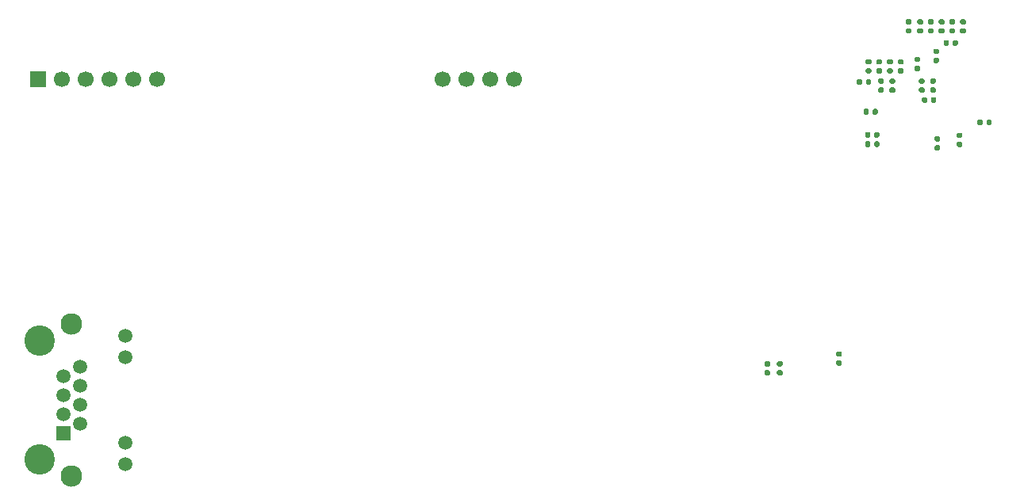
<source format=gbr>
%TF.GenerationSoftware,KiCad,Pcbnew,(5.1.10)-1*%
%TF.CreationDate,2021-07-13T16:53:59+08:00*%
%TF.ProjectId,TestAutomation,54657374-4175-4746-9f6d-6174696f6e2e,rev?*%
%TF.SameCoordinates,Original*%
%TF.FileFunction,Soldermask,Bot*%
%TF.FilePolarity,Negative*%
%FSLAX46Y46*%
G04 Gerber Fmt 4.6, Leading zero omitted, Abs format (unit mm)*
G04 Created by KiCad (PCBNEW (5.1.10)-1) date 2021-07-13 16:53:59*
%MOMM*%
%LPD*%
G01*
G04 APERTURE LIST*
%ADD10C,1.700000*%
%ADD11R,1.700000X1.700000*%
%ADD12C,1.500000*%
%ADD13C,2.300000*%
%ADD14C,3.250000*%
%ADD15R,1.500000X1.500000*%
G04 APERTURE END LIST*
D10*
%TO.C,U12*%
X97618000Y-86946000D03*
X135718000Y-86946000D03*
X133178000Y-86946000D03*
X130638000Y-86946000D03*
X128098000Y-86946000D03*
X95078000Y-86946000D03*
X92538000Y-86946000D03*
X89998000Y-86946000D03*
X87458000Y-86946000D03*
D11*
X84918000Y-86946000D03*
%TD*%
%TO.C,C96*%
G36*
G01*
X177670000Y-81520000D02*
X178010000Y-81520000D01*
G75*
G02*
X178150000Y-81660000I0J-140000D01*
G01*
X178150000Y-81940000D01*
G75*
G02*
X178010000Y-82080000I-140000J0D01*
G01*
X177670000Y-82080000D01*
G75*
G02*
X177530000Y-81940000I0J140000D01*
G01*
X177530000Y-81660000D01*
G75*
G02*
X177670000Y-81520000I140000J0D01*
G01*
G37*
G36*
G01*
X177670000Y-80560000D02*
X178010000Y-80560000D01*
G75*
G02*
X178150000Y-80700000I0J-140000D01*
G01*
X178150000Y-80980000D01*
G75*
G02*
X178010000Y-81120000I-140000J0D01*
G01*
X177670000Y-81120000D01*
G75*
G02*
X177530000Y-80980000I0J140000D01*
G01*
X177530000Y-80700000D01*
G75*
G02*
X177670000Y-80560000I140000J0D01*
G01*
G37*
%TD*%
%TO.C,C95*%
G36*
G01*
X173290000Y-87420000D02*
X173290000Y-87080000D01*
G75*
G02*
X173430000Y-86940000I140000J0D01*
G01*
X173710000Y-86940000D01*
G75*
G02*
X173850000Y-87080000I0J-140000D01*
G01*
X173850000Y-87420000D01*
G75*
G02*
X173710000Y-87560000I-140000J0D01*
G01*
X173430000Y-87560000D01*
G75*
G02*
X173290000Y-87420000I0J140000D01*
G01*
G37*
G36*
G01*
X172330000Y-87420000D02*
X172330000Y-87080000D01*
G75*
G02*
X172470000Y-86940000I140000J0D01*
G01*
X172750000Y-86940000D01*
G75*
G02*
X172890000Y-87080000I0J-140000D01*
G01*
X172890000Y-87420000D01*
G75*
G02*
X172750000Y-87560000I-140000J0D01*
G01*
X172470000Y-87560000D01*
G75*
G02*
X172330000Y-87420000I0J140000D01*
G01*
G37*
%TD*%
%TO.C,C94*%
G36*
G01*
X178610000Y-85530000D02*
X178950000Y-85530000D01*
G75*
G02*
X179090000Y-85670000I0J-140000D01*
G01*
X179090000Y-85950000D01*
G75*
G02*
X178950000Y-86090000I-140000J0D01*
G01*
X178610000Y-86090000D01*
G75*
G02*
X178470000Y-85950000I0J140000D01*
G01*
X178470000Y-85670000D01*
G75*
G02*
X178610000Y-85530000I140000J0D01*
G01*
G37*
G36*
G01*
X178610000Y-84570000D02*
X178950000Y-84570000D01*
G75*
G02*
X179090000Y-84710000I0J-140000D01*
G01*
X179090000Y-84990000D01*
G75*
G02*
X178950000Y-85130000I-140000J0D01*
G01*
X178610000Y-85130000D01*
G75*
G02*
X178470000Y-84990000I0J140000D01*
G01*
X178470000Y-84710000D01*
G75*
G02*
X178610000Y-84570000I140000J0D01*
G01*
G37*
%TD*%
%TO.C,C24*%
G36*
G01*
X181197664Y-81520000D02*
X181537664Y-81520000D01*
G75*
G02*
X181677664Y-81660000I0J-140000D01*
G01*
X181677664Y-81940000D01*
G75*
G02*
X181537664Y-82080000I-140000J0D01*
G01*
X181197664Y-82080000D01*
G75*
G02*
X181057664Y-81940000I0J140000D01*
G01*
X181057664Y-81660000D01*
G75*
G02*
X181197664Y-81520000I140000J0D01*
G01*
G37*
G36*
G01*
X181197664Y-80560000D02*
X181537664Y-80560000D01*
G75*
G02*
X181677664Y-80700000I0J-140000D01*
G01*
X181677664Y-80980000D01*
G75*
G02*
X181537664Y-81120000I-140000J0D01*
G01*
X181197664Y-81120000D01*
G75*
G02*
X181057664Y-80980000I0J140000D01*
G01*
X181057664Y-80700000D01*
G75*
G02*
X181197664Y-80560000I140000J0D01*
G01*
G37*
%TD*%
%TO.C,C21*%
G36*
G01*
X180053832Y-81520000D02*
X180393832Y-81520000D01*
G75*
G02*
X180533832Y-81660000I0J-140000D01*
G01*
X180533832Y-81940000D01*
G75*
G02*
X180393832Y-82080000I-140000J0D01*
G01*
X180053832Y-82080000D01*
G75*
G02*
X179913832Y-81940000I0J140000D01*
G01*
X179913832Y-81660000D01*
G75*
G02*
X180053832Y-81520000I140000J0D01*
G01*
G37*
G36*
G01*
X180053832Y-80560000D02*
X180393832Y-80560000D01*
G75*
G02*
X180533832Y-80700000I0J-140000D01*
G01*
X180533832Y-80980000D01*
G75*
G02*
X180393832Y-81120000I-140000J0D01*
G01*
X180053832Y-81120000D01*
G75*
G02*
X179913832Y-80980000I0J140000D01*
G01*
X179913832Y-80700000D01*
G75*
G02*
X180053832Y-80560000I140000J0D01*
G01*
G37*
%TD*%
%TO.C,C81*%
G36*
G01*
X164270000Y-117670000D02*
X163930000Y-117670000D01*
G75*
G02*
X163790000Y-117530000I0J140000D01*
G01*
X163790000Y-117250000D01*
G75*
G02*
X163930000Y-117110000I140000J0D01*
G01*
X164270000Y-117110000D01*
G75*
G02*
X164410000Y-117250000I0J-140000D01*
G01*
X164410000Y-117530000D01*
G75*
G02*
X164270000Y-117670000I-140000J0D01*
G01*
G37*
G36*
G01*
X164270000Y-118630000D02*
X163930000Y-118630000D01*
G75*
G02*
X163790000Y-118490000I0J140000D01*
G01*
X163790000Y-118210000D01*
G75*
G02*
X163930000Y-118070000I140000J0D01*
G01*
X164270000Y-118070000D01*
G75*
G02*
X164410000Y-118210000I0J-140000D01*
G01*
X164410000Y-118490000D01*
G75*
G02*
X164270000Y-118630000I-140000J0D01*
G01*
G37*
%TD*%
%TO.C,C80*%
G36*
G01*
X170590000Y-116620000D02*
X170250000Y-116620000D01*
G75*
G02*
X170110000Y-116480000I0J140000D01*
G01*
X170110000Y-116200000D01*
G75*
G02*
X170250000Y-116060000I140000J0D01*
G01*
X170590000Y-116060000D01*
G75*
G02*
X170730000Y-116200000I0J-140000D01*
G01*
X170730000Y-116480000D01*
G75*
G02*
X170590000Y-116620000I-140000J0D01*
G01*
G37*
G36*
G01*
X170590000Y-117580000D02*
X170250000Y-117580000D01*
G75*
G02*
X170110000Y-117440000I0J140000D01*
G01*
X170110000Y-117160000D01*
G75*
G02*
X170250000Y-117020000I140000J0D01*
G01*
X170590000Y-117020000D01*
G75*
G02*
X170730000Y-117160000I0J-140000D01*
G01*
X170730000Y-117440000D01*
G75*
G02*
X170590000Y-117580000I-140000J0D01*
G01*
G37*
%TD*%
%TO.C,C79*%
G36*
G01*
X162932500Y-117670000D02*
X162592500Y-117670000D01*
G75*
G02*
X162452500Y-117530000I0J140000D01*
G01*
X162452500Y-117250000D01*
G75*
G02*
X162592500Y-117110000I140000J0D01*
G01*
X162932500Y-117110000D01*
G75*
G02*
X163072500Y-117250000I0J-140000D01*
G01*
X163072500Y-117530000D01*
G75*
G02*
X162932500Y-117670000I-140000J0D01*
G01*
G37*
G36*
G01*
X162932500Y-118630000D02*
X162592500Y-118630000D01*
G75*
G02*
X162452500Y-118490000I0J140000D01*
G01*
X162452500Y-118210000D01*
G75*
G02*
X162592500Y-118070000I140000J0D01*
G01*
X162932500Y-118070000D01*
G75*
G02*
X163072500Y-118210000I0J-140000D01*
G01*
X163072500Y-118490000D01*
G75*
G02*
X162932500Y-118630000I-140000J0D01*
G01*
G37*
%TD*%
%TO.C,C17*%
G36*
G01*
X181090000Y-93620000D02*
X180750000Y-93620000D01*
G75*
G02*
X180610000Y-93480000I0J140000D01*
G01*
X180610000Y-93200000D01*
G75*
G02*
X180750000Y-93060000I140000J0D01*
G01*
X181090000Y-93060000D01*
G75*
G02*
X181230000Y-93200000I0J-140000D01*
G01*
X181230000Y-93480000D01*
G75*
G02*
X181090000Y-93620000I-140000J0D01*
G01*
G37*
G36*
G01*
X181090000Y-94580000D02*
X180750000Y-94580000D01*
G75*
G02*
X180610000Y-94440000I0J140000D01*
G01*
X180610000Y-94160000D01*
G75*
G02*
X180750000Y-94020000I140000J0D01*
G01*
X181090000Y-94020000D01*
G75*
G02*
X181230000Y-94160000I0J-140000D01*
G01*
X181230000Y-94440000D01*
G75*
G02*
X181090000Y-94580000I-140000J0D01*
G01*
G37*
%TD*%
%TO.C,C16*%
G36*
G01*
X183485330Y-81520000D02*
X183825330Y-81520000D01*
G75*
G02*
X183965330Y-81660000I0J-140000D01*
G01*
X183965330Y-81940000D01*
G75*
G02*
X183825330Y-82080000I-140000J0D01*
G01*
X183485330Y-82080000D01*
G75*
G02*
X183345330Y-81940000I0J140000D01*
G01*
X183345330Y-81660000D01*
G75*
G02*
X183485330Y-81520000I140000J0D01*
G01*
G37*
G36*
G01*
X183485330Y-80560000D02*
X183825330Y-80560000D01*
G75*
G02*
X183965330Y-80700000I0J-140000D01*
G01*
X183965330Y-80980000D01*
G75*
G02*
X183825330Y-81120000I-140000J0D01*
G01*
X183485330Y-81120000D01*
G75*
G02*
X183345330Y-80980000I0J140000D01*
G01*
X183345330Y-80700000D01*
G75*
G02*
X183485330Y-80560000I140000J0D01*
G01*
G37*
%TD*%
%TO.C,C37*%
G36*
G01*
X180620000Y-84670000D02*
X180960000Y-84670000D01*
G75*
G02*
X181100000Y-84810000I0J-140000D01*
G01*
X181100000Y-85090000D01*
G75*
G02*
X180960000Y-85230000I-140000J0D01*
G01*
X180620000Y-85230000D01*
G75*
G02*
X180480000Y-85090000I0J140000D01*
G01*
X180480000Y-84810000D01*
G75*
G02*
X180620000Y-84670000I140000J0D01*
G01*
G37*
G36*
G01*
X180620000Y-83710000D02*
X180960000Y-83710000D01*
G75*
G02*
X181100000Y-83850000I0J-140000D01*
G01*
X181100000Y-84130000D01*
G75*
G02*
X180960000Y-84270000I-140000J0D01*
G01*
X180620000Y-84270000D01*
G75*
G02*
X180480000Y-84130000I0J140000D01*
G01*
X180480000Y-83850000D01*
G75*
G02*
X180620000Y-83710000I140000J0D01*
G01*
G37*
%TD*%
%TO.C,C15*%
G36*
G01*
X182341496Y-81520000D02*
X182681496Y-81520000D01*
G75*
G02*
X182821496Y-81660000I0J-140000D01*
G01*
X182821496Y-81940000D01*
G75*
G02*
X182681496Y-82080000I-140000J0D01*
G01*
X182341496Y-82080000D01*
G75*
G02*
X182201496Y-81940000I0J140000D01*
G01*
X182201496Y-81660000D01*
G75*
G02*
X182341496Y-81520000I140000J0D01*
G01*
G37*
G36*
G01*
X182341496Y-80560000D02*
X182681496Y-80560000D01*
G75*
G02*
X182821496Y-80700000I0J-140000D01*
G01*
X182821496Y-80980000D01*
G75*
G02*
X182681496Y-81120000I-140000J0D01*
G01*
X182341496Y-81120000D01*
G75*
G02*
X182201496Y-80980000I0J140000D01*
G01*
X182201496Y-80700000D01*
G75*
G02*
X182341496Y-80560000I140000J0D01*
G01*
G37*
%TD*%
%TO.C,C36*%
G36*
G01*
X175690000Y-85790000D02*
X176030000Y-85790000D01*
G75*
G02*
X176170000Y-85930000I0J-140000D01*
G01*
X176170000Y-86210000D01*
G75*
G02*
X176030000Y-86350000I-140000J0D01*
G01*
X175690000Y-86350000D01*
G75*
G02*
X175550000Y-86210000I0J140000D01*
G01*
X175550000Y-85930000D01*
G75*
G02*
X175690000Y-85790000I140000J0D01*
G01*
G37*
G36*
G01*
X175690000Y-84830000D02*
X176030000Y-84830000D01*
G75*
G02*
X176170000Y-84970000I0J-140000D01*
G01*
X176170000Y-85250000D01*
G75*
G02*
X176030000Y-85390000I-140000J0D01*
G01*
X175690000Y-85390000D01*
G75*
G02*
X175550000Y-85250000I0J140000D01*
G01*
X175550000Y-84970000D01*
G75*
G02*
X175690000Y-84830000I140000J0D01*
G01*
G37*
%TD*%
%TO.C,C35*%
G36*
G01*
X175940000Y-87840000D02*
X176280000Y-87840000D01*
G75*
G02*
X176420000Y-87980000I0J-140000D01*
G01*
X176420000Y-88260000D01*
G75*
G02*
X176280000Y-88400000I-140000J0D01*
G01*
X175940000Y-88400000D01*
G75*
G02*
X175800000Y-88260000I0J140000D01*
G01*
X175800000Y-87980000D01*
G75*
G02*
X175940000Y-87840000I140000J0D01*
G01*
G37*
G36*
G01*
X175940000Y-86880000D02*
X176280000Y-86880000D01*
G75*
G02*
X176420000Y-87020000I0J-140000D01*
G01*
X176420000Y-87300000D01*
G75*
G02*
X176280000Y-87440000I-140000J0D01*
G01*
X175940000Y-87440000D01*
G75*
G02*
X175800000Y-87300000I0J140000D01*
G01*
X175800000Y-87020000D01*
G75*
G02*
X175940000Y-86880000I140000J0D01*
G01*
G37*
%TD*%
%TO.C,C14*%
G36*
G01*
X173040000Y-90610000D02*
X173040000Y-90270000D01*
G75*
G02*
X173180000Y-90130000I140000J0D01*
G01*
X173460000Y-90130000D01*
G75*
G02*
X173600000Y-90270000I0J-140000D01*
G01*
X173600000Y-90610000D01*
G75*
G02*
X173460000Y-90750000I-140000J0D01*
G01*
X173180000Y-90750000D01*
G75*
G02*
X173040000Y-90610000I0J140000D01*
G01*
G37*
G36*
G01*
X174000000Y-90610000D02*
X174000000Y-90270000D01*
G75*
G02*
X174140000Y-90130000I140000J0D01*
G01*
X174420000Y-90130000D01*
G75*
G02*
X174560000Y-90270000I0J-140000D01*
G01*
X174560000Y-90610000D01*
G75*
G02*
X174420000Y-90750000I-140000J0D01*
G01*
X174140000Y-90750000D01*
G75*
G02*
X174000000Y-90610000I0J140000D01*
G01*
G37*
%TD*%
%TO.C,C34*%
G36*
G01*
X174540000Y-85790000D02*
X174880000Y-85790000D01*
G75*
G02*
X175020000Y-85930000I0J-140000D01*
G01*
X175020000Y-86210000D01*
G75*
G02*
X174880000Y-86350000I-140000J0D01*
G01*
X174540000Y-86350000D01*
G75*
G02*
X174400000Y-86210000I0J140000D01*
G01*
X174400000Y-85930000D01*
G75*
G02*
X174540000Y-85790000I140000J0D01*
G01*
G37*
G36*
G01*
X174540000Y-84830000D02*
X174880000Y-84830000D01*
G75*
G02*
X175020000Y-84970000I0J-140000D01*
G01*
X175020000Y-85250000D01*
G75*
G02*
X174880000Y-85390000I-140000J0D01*
G01*
X174540000Y-85390000D01*
G75*
G02*
X174400000Y-85250000I0J140000D01*
G01*
X174400000Y-84970000D01*
G75*
G02*
X174540000Y-84830000I140000J0D01*
G01*
G37*
%TD*%
%TO.C,C33*%
G36*
G01*
X180274000Y-87840000D02*
X180614000Y-87840000D01*
G75*
G02*
X180754000Y-87980000I0J-140000D01*
G01*
X180754000Y-88260000D01*
G75*
G02*
X180614000Y-88400000I-140000J0D01*
G01*
X180274000Y-88400000D01*
G75*
G02*
X180134000Y-88260000I0J140000D01*
G01*
X180134000Y-87980000D01*
G75*
G02*
X180274000Y-87840000I140000J0D01*
G01*
G37*
G36*
G01*
X180274000Y-86880000D02*
X180614000Y-86880000D01*
G75*
G02*
X180754000Y-87020000I0J-140000D01*
G01*
X180754000Y-87300000D01*
G75*
G02*
X180614000Y-87440000I-140000J0D01*
G01*
X180274000Y-87440000D01*
G75*
G02*
X180134000Y-87300000I0J140000D01*
G01*
X180134000Y-87020000D01*
G75*
G02*
X180274000Y-86880000I140000J0D01*
G01*
G37*
%TD*%
%TO.C,C13*%
G36*
G01*
X174170000Y-93070000D02*
X174170000Y-92730000D01*
G75*
G02*
X174310000Y-92590000I140000J0D01*
G01*
X174590000Y-92590000D01*
G75*
G02*
X174730000Y-92730000I0J-140000D01*
G01*
X174730000Y-93070000D01*
G75*
G02*
X174590000Y-93210000I-140000J0D01*
G01*
X174310000Y-93210000D01*
G75*
G02*
X174170000Y-93070000I0J140000D01*
G01*
G37*
G36*
G01*
X173210000Y-93070000D02*
X173210000Y-92730000D01*
G75*
G02*
X173350000Y-92590000I140000J0D01*
G01*
X173630000Y-92590000D01*
G75*
G02*
X173770000Y-92730000I0J-140000D01*
G01*
X173770000Y-93070000D01*
G75*
G02*
X173630000Y-93210000I-140000J0D01*
G01*
X173350000Y-93210000D01*
G75*
G02*
X173210000Y-93070000I0J140000D01*
G01*
G37*
%TD*%
%TO.C,C32*%
G36*
G01*
X176840000Y-85790000D02*
X177180000Y-85790000D01*
G75*
G02*
X177320000Y-85930000I0J-140000D01*
G01*
X177320000Y-86210000D01*
G75*
G02*
X177180000Y-86350000I-140000J0D01*
G01*
X176840000Y-86350000D01*
G75*
G02*
X176700000Y-86210000I0J140000D01*
G01*
X176700000Y-85930000D01*
G75*
G02*
X176840000Y-85790000I140000J0D01*
G01*
G37*
G36*
G01*
X176840000Y-84830000D02*
X177180000Y-84830000D01*
G75*
G02*
X177320000Y-84970000I0J-140000D01*
G01*
X177320000Y-85250000D01*
G75*
G02*
X177180000Y-85390000I-140000J0D01*
G01*
X176840000Y-85390000D01*
G75*
G02*
X176700000Y-85250000I0J140000D01*
G01*
X176700000Y-84970000D01*
G75*
G02*
X176840000Y-84830000I140000J0D01*
G01*
G37*
%TD*%
%TO.C,C31*%
G36*
G01*
X179077000Y-87840000D02*
X179417000Y-87840000D01*
G75*
G02*
X179557000Y-87980000I0J-140000D01*
G01*
X179557000Y-88260000D01*
G75*
G02*
X179417000Y-88400000I-140000J0D01*
G01*
X179077000Y-88400000D01*
G75*
G02*
X178937000Y-88260000I0J140000D01*
G01*
X178937000Y-87980000D01*
G75*
G02*
X179077000Y-87840000I140000J0D01*
G01*
G37*
G36*
G01*
X179077000Y-86880000D02*
X179417000Y-86880000D01*
G75*
G02*
X179557000Y-87020000I0J-140000D01*
G01*
X179557000Y-87300000D01*
G75*
G02*
X179417000Y-87440000I-140000J0D01*
G01*
X179077000Y-87440000D01*
G75*
G02*
X178937000Y-87300000I0J140000D01*
G01*
X178937000Y-87020000D01*
G75*
G02*
X179077000Y-86880000I140000J0D01*
G01*
G37*
%TD*%
%TO.C,C12*%
G36*
G01*
X183460000Y-93240000D02*
X183120000Y-93240000D01*
G75*
G02*
X182980000Y-93100000I0J140000D01*
G01*
X182980000Y-92820000D01*
G75*
G02*
X183120000Y-92680000I140000J0D01*
G01*
X183460000Y-92680000D01*
G75*
G02*
X183600000Y-92820000I0J-140000D01*
G01*
X183600000Y-93100000D01*
G75*
G02*
X183460000Y-93240000I-140000J0D01*
G01*
G37*
G36*
G01*
X183460000Y-94200000D02*
X183120000Y-94200000D01*
G75*
G02*
X182980000Y-94060000I0J140000D01*
G01*
X182980000Y-93780000D01*
G75*
G02*
X183120000Y-93640000I140000J0D01*
G01*
X183460000Y-93640000D01*
G75*
G02*
X183600000Y-93780000I0J-140000D01*
G01*
X183600000Y-94060000D01*
G75*
G02*
X183460000Y-94200000I-140000J0D01*
G01*
G37*
%TD*%
%TO.C,C30*%
G36*
G01*
X174170000Y-94070000D02*
X174170000Y-93730000D01*
G75*
G02*
X174310000Y-93590000I140000J0D01*
G01*
X174590000Y-93590000D01*
G75*
G02*
X174730000Y-93730000I0J-140000D01*
G01*
X174730000Y-94070000D01*
G75*
G02*
X174590000Y-94210000I-140000J0D01*
G01*
X174310000Y-94210000D01*
G75*
G02*
X174170000Y-94070000I0J140000D01*
G01*
G37*
G36*
G01*
X173210000Y-94070000D02*
X173210000Y-93730000D01*
G75*
G02*
X173350000Y-93590000I140000J0D01*
G01*
X173630000Y-93590000D01*
G75*
G02*
X173770000Y-93730000I0J-140000D01*
G01*
X173770000Y-94070000D01*
G75*
G02*
X173630000Y-94210000I-140000J0D01*
G01*
X173350000Y-94210000D01*
G75*
G02*
X173210000Y-94070000I0J140000D01*
G01*
G37*
%TD*%
%TO.C,C29*%
G36*
G01*
X185770000Y-91400000D02*
X185770000Y-91740000D01*
G75*
G02*
X185630000Y-91880000I-140000J0D01*
G01*
X185350000Y-91880000D01*
G75*
G02*
X185210000Y-91740000I0J140000D01*
G01*
X185210000Y-91400000D01*
G75*
G02*
X185350000Y-91260000I140000J0D01*
G01*
X185630000Y-91260000D01*
G75*
G02*
X185770000Y-91400000I0J-140000D01*
G01*
G37*
G36*
G01*
X186730000Y-91400000D02*
X186730000Y-91740000D01*
G75*
G02*
X186590000Y-91880000I-140000J0D01*
G01*
X186310000Y-91880000D01*
G75*
G02*
X186170000Y-91740000I0J140000D01*
G01*
X186170000Y-91400000D01*
G75*
G02*
X186310000Y-91260000I140000J0D01*
G01*
X186590000Y-91260000D01*
G75*
G02*
X186730000Y-91400000I0J-140000D01*
G01*
G37*
%TD*%
%TO.C,C28*%
G36*
G01*
X180230000Y-89350000D02*
X180230000Y-89010000D01*
G75*
G02*
X180370000Y-88870000I140000J0D01*
G01*
X180650000Y-88870000D01*
G75*
G02*
X180790000Y-89010000I0J-140000D01*
G01*
X180790000Y-89350000D01*
G75*
G02*
X180650000Y-89490000I-140000J0D01*
G01*
X180370000Y-89490000D01*
G75*
G02*
X180230000Y-89350000I0J140000D01*
G01*
G37*
G36*
G01*
X179270000Y-89350000D02*
X179270000Y-89010000D01*
G75*
G02*
X179410000Y-88870000I140000J0D01*
G01*
X179690000Y-88870000D01*
G75*
G02*
X179830000Y-89010000I0J-140000D01*
G01*
X179830000Y-89350000D01*
G75*
G02*
X179690000Y-89490000I-140000J0D01*
G01*
X179410000Y-89490000D01*
G75*
G02*
X179270000Y-89350000I0J140000D01*
G01*
G37*
%TD*%
%TO.C,C27*%
G36*
G01*
X182540000Y-83250000D02*
X182540000Y-82910000D01*
G75*
G02*
X182680000Y-82770000I140000J0D01*
G01*
X182960000Y-82770000D01*
G75*
G02*
X183100000Y-82910000I0J-140000D01*
G01*
X183100000Y-83250000D01*
G75*
G02*
X182960000Y-83390000I-140000J0D01*
G01*
X182680000Y-83390000D01*
G75*
G02*
X182540000Y-83250000I0J140000D01*
G01*
G37*
G36*
G01*
X181580000Y-83250000D02*
X181580000Y-82910000D01*
G75*
G02*
X181720000Y-82770000I140000J0D01*
G01*
X182000000Y-82770000D01*
G75*
G02*
X182140000Y-82910000I0J-140000D01*
G01*
X182140000Y-83250000D01*
G75*
G02*
X182000000Y-83390000I-140000J0D01*
G01*
X181720000Y-83390000D01*
G75*
G02*
X181580000Y-83250000I0J140000D01*
G01*
G37*
%TD*%
%TO.C,C26*%
G36*
G01*
X173730000Y-85390000D02*
X173390000Y-85390000D01*
G75*
G02*
X173250000Y-85250000I0J140000D01*
G01*
X173250000Y-84970000D01*
G75*
G02*
X173390000Y-84830000I140000J0D01*
G01*
X173730000Y-84830000D01*
G75*
G02*
X173870000Y-84970000I0J-140000D01*
G01*
X173870000Y-85250000D01*
G75*
G02*
X173730000Y-85390000I-140000J0D01*
G01*
G37*
G36*
G01*
X173730000Y-86350000D02*
X173390000Y-86350000D01*
G75*
G02*
X173250000Y-86210000I0J140000D01*
G01*
X173250000Y-85930000D01*
G75*
G02*
X173390000Y-85790000I140000J0D01*
G01*
X173730000Y-85790000D01*
G75*
G02*
X173870000Y-85930000I0J-140000D01*
G01*
X173870000Y-86210000D01*
G75*
G02*
X173730000Y-86350000I-140000J0D01*
G01*
G37*
%TD*%
%TO.C,C25*%
G36*
G01*
X175080000Y-87440000D02*
X174740000Y-87440000D01*
G75*
G02*
X174600000Y-87300000I0J140000D01*
G01*
X174600000Y-87020000D01*
G75*
G02*
X174740000Y-86880000I140000J0D01*
G01*
X175080000Y-86880000D01*
G75*
G02*
X175220000Y-87020000I0J-140000D01*
G01*
X175220000Y-87300000D01*
G75*
G02*
X175080000Y-87440000I-140000J0D01*
G01*
G37*
G36*
G01*
X175080000Y-88400000D02*
X174740000Y-88400000D01*
G75*
G02*
X174600000Y-88260000I0J140000D01*
G01*
X174600000Y-87980000D01*
G75*
G02*
X174740000Y-87840000I140000J0D01*
G01*
X175080000Y-87840000D01*
G75*
G02*
X175220000Y-87980000I0J-140000D01*
G01*
X175220000Y-88260000D01*
G75*
G02*
X175080000Y-88400000I-140000J0D01*
G01*
G37*
%TD*%
%TO.C,C9*%
G36*
G01*
X179250000Y-81120000D02*
X178910000Y-81120000D01*
G75*
G02*
X178770000Y-80980000I0J140000D01*
G01*
X178770000Y-80700000D01*
G75*
G02*
X178910000Y-80560000I140000J0D01*
G01*
X179250000Y-80560000D01*
G75*
G02*
X179390000Y-80700000I0J-140000D01*
G01*
X179390000Y-80980000D01*
G75*
G02*
X179250000Y-81120000I-140000J0D01*
G01*
G37*
G36*
G01*
X179250000Y-82080000D02*
X178910000Y-82080000D01*
G75*
G02*
X178770000Y-81940000I0J140000D01*
G01*
X178770000Y-81660000D01*
G75*
G02*
X178910000Y-81520000I140000J0D01*
G01*
X179250000Y-81520000D01*
G75*
G02*
X179390000Y-81660000I0J-140000D01*
G01*
X179390000Y-81940000D01*
G75*
G02*
X179250000Y-82080000I-140000J0D01*
G01*
G37*
%TD*%
D12*
%TO.C,J6*%
X94230000Y-114421000D03*
X94230000Y-116711000D03*
X94230000Y-125851000D03*
X94230000Y-128141000D03*
D13*
X88520000Y-129411000D03*
X88520000Y-113151000D03*
D14*
X85090000Y-114931000D03*
X85090000Y-127631000D03*
D12*
X89410000Y-117729000D03*
X89410000Y-119761000D03*
X89410000Y-121793000D03*
X89410000Y-123825000D03*
X87630000Y-118745000D03*
X87630000Y-120777000D03*
X87630000Y-122809000D03*
D15*
X87630000Y-124841000D03*
%TD*%
M02*

</source>
